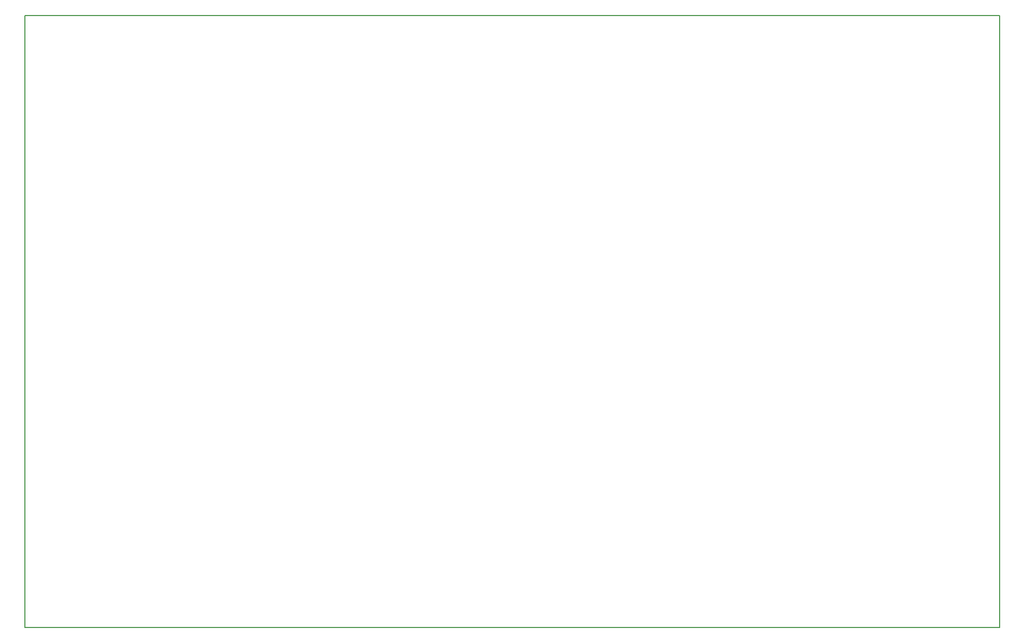
<source format=gm1>
G04 #@! TF.GenerationSoftware,KiCad,Pcbnew,5.1.0-060a0da~80~ubuntu18.10.1*
G04 #@! TF.CreationDate,2019-03-20T19:47:57+01:00*
G04 #@! TF.ProjectId,speedy,73706565-6479-42e6-9b69-6361645f7063,rev?*
G04 #@! TF.SameCoordinates,Original*
G04 #@! TF.FileFunction,Profile,NP*
%FSLAX46Y46*%
G04 Gerber Fmt 4.6, Leading zero omitted, Abs format (unit mm)*
G04 Created by KiCad (PCBNEW 5.1.0-060a0da~80~ubuntu18.10.1) date 2019-03-20 19:47:57*
%MOMM*%
%LPD*%
G04 APERTURE LIST*
%ADD10C,0.150000*%
G04 APERTURE END LIST*
D10*
X65000000Y-60000000D02*
X82000000Y-60000000D01*
X65000000Y-160000000D02*
X65000000Y-60000000D01*
X82000000Y-160000000D02*
X65000000Y-160000000D01*
X224150000Y-160000000D02*
X82000000Y-160000000D01*
X82000000Y-60000000D02*
X224150000Y-60000000D01*
X224150000Y-60000000D02*
X224150000Y-160000000D01*
M02*

</source>
